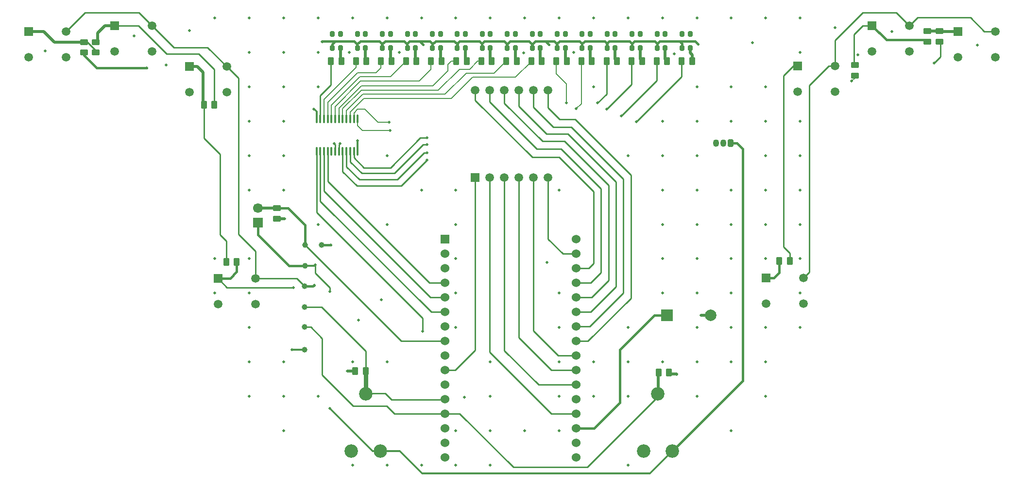
<source format=gbr>
%TF.GenerationSoftware,KiCad,Pcbnew,9.0.1*%
%TF.CreationDate,2026-02-02T11:40:33-05:00*%
%TF.ProjectId,Volante Maquinillo,566f6c61-6e74-4652-904d-617175696e69,rev?*%
%TF.SameCoordinates,Original*%
%TF.FileFunction,Copper,L1,Top*%
%TF.FilePolarity,Positive*%
%FSLAX46Y46*%
G04 Gerber Fmt 4.6, Leading zero omitted, Abs format (unit mm)*
G04 Created by KiCad (PCBNEW 9.0.1) date 2026-02-02 11:40:33*
%MOMM*%
%LPD*%
G01*
G04 APERTURE LIST*
G04 Aperture macros list*
%AMRoundRect*
0 Rectangle with rounded corners*
0 $1 Rounding radius*
0 $2 $3 $4 $5 $6 $7 $8 $9 X,Y pos of 4 corners*
0 Add a 4 corners polygon primitive as box body*
4,1,4,$2,$3,$4,$5,$6,$7,$8,$9,$2,$3,0*
0 Add four circle primitives for the rounded corners*
1,1,$1+$1,$2,$3*
1,1,$1+$1,$4,$5*
1,1,$1+$1,$6,$7*
1,1,$1+$1,$8,$9*
0 Add four rect primitives between the rounded corners*
20,1,$1+$1,$2,$3,$4,$5,0*
20,1,$1+$1,$4,$5,$6,$7,0*
20,1,$1+$1,$6,$7,$8,$9,0*
20,1,$1+$1,$8,$9,$2,$3,0*%
G04 Aperture macros list end*
%TA.AperFunction,SMDPad,CuDef*%
%ADD10C,1.000000*%
%TD*%
%TA.AperFunction,SMDPad,CuDef*%
%ADD11RoundRect,0.250000X0.450000X-0.262500X0.450000X0.262500X-0.450000X0.262500X-0.450000X-0.262500X0*%
%TD*%
%TA.AperFunction,SMDPad,CuDef*%
%ADD12RoundRect,0.250000X-0.450000X0.262500X-0.450000X-0.262500X0.450000X-0.262500X0.450000X0.262500X0*%
%TD*%
%TA.AperFunction,SMDPad,CuDef*%
%ADD13RoundRect,0.250000X-0.262500X-0.450000X0.262500X-0.450000X0.262500X0.450000X-0.262500X0.450000X0*%
%TD*%
%TA.AperFunction,SMDPad,CuDef*%
%ADD14RoundRect,0.200000X0.200000X-0.300000X0.200000X0.300000X-0.200000X0.300000X-0.200000X-0.300000X0*%
%TD*%
%TA.AperFunction,ComponentPad*%
%ADD15R,1.508000X1.508000*%
%TD*%
%TA.AperFunction,ComponentPad*%
%ADD16C,1.508000*%
%TD*%
%TA.AperFunction,SMDPad,CuDef*%
%ADD17RoundRect,0.100000X-0.100000X0.637500X-0.100000X-0.637500X0.100000X-0.637500X0.100000X0.637500X0*%
%TD*%
%TA.AperFunction,SMDPad,CuDef*%
%ADD18RoundRect,0.250000X0.262500X0.450000X-0.262500X0.450000X-0.262500X-0.450000X0.262500X-0.450000X0*%
%TD*%
%TA.AperFunction,ComponentPad*%
%ADD19R,1.700000X1.700000*%
%TD*%
%TA.AperFunction,ComponentPad*%
%ADD20C,1.700000*%
%TD*%
%TA.AperFunction,ComponentPad*%
%ADD21C,2.340000*%
%TD*%
%TA.AperFunction,ComponentPad*%
%ADD22R,1.524000X1.524000*%
%TD*%
%TA.AperFunction,ComponentPad*%
%ADD23C,1.524000*%
%TD*%
%TA.AperFunction,ComponentPad*%
%ADD24R,2.000000X2.000000*%
%TD*%
%TA.AperFunction,ComponentPad*%
%ADD25C,2.000000*%
%TD*%
%TA.AperFunction,ComponentPad*%
%ADD26R,1.500000X1.500000*%
%TD*%
%TA.AperFunction,ComponentPad*%
%ADD27C,1.500000*%
%TD*%
%TA.AperFunction,ComponentPad*%
%ADD28RoundRect,0.249900X0.275100X0.400100X-0.275100X0.400100X-0.275100X-0.400100X0.275100X-0.400100X0*%
%TD*%
%TA.AperFunction,ComponentPad*%
%ADD29O,1.050000X1.300000*%
%TD*%
%TA.AperFunction,ViaPad*%
%ADD30C,0.500000*%
%TD*%
%TA.AperFunction,Conductor*%
%ADD31C,0.400000*%
%TD*%
%TA.AperFunction,Conductor*%
%ADD32C,0.250000*%
%TD*%
%TA.AperFunction,Conductor*%
%ADD33C,0.500000*%
%TD*%
%TA.AperFunction,Conductor*%
%ADD34C,0.300000*%
%TD*%
%TA.AperFunction,Conductor*%
%ADD35C,0.200000*%
%TD*%
%TA.AperFunction,Conductor*%
%ADD36C,0.750000*%
%TD*%
G04 APERTURE END LIST*
D10*
%TO.P,TP1,1,1*%
%TO.N,+5V*%
X116800000Y-114300000D03*
%TD*%
D11*
%TO.P,R21,1*%
%TO.N,Net-(SW6-A)*%
X225390000Y-60502500D03*
%TO.P,R21,2*%
%TO.N,Net-(SW5-A)*%
X225390000Y-58677500D03*
%TD*%
D12*
%TO.P,R20,1*%
%TO.N,Net-(SW5-A)*%
X227460000Y-58677500D03*
%TO.P,R20,2*%
%TO.N,Net-(SW4-A)*%
X227460000Y-60502500D03*
%TD*%
D10*
%TO.P,TP5,1,1*%
%TO.N,/SW*%
X116800000Y-103200000D03*
%TD*%
D13*
%TO.P,R9,1*%
%TO.N,/LED9*%
X156351558Y-63900000D03*
%TO.P,R9,2*%
%TO.N,Net-(D9-A)*%
X158176558Y-63900000D03*
%TD*%
D12*
%TO.P,R16,1*%
%TO.N,Net-(SW1-A)*%
X78400000Y-60587500D03*
%TO.P,R16,2*%
%TO.N,+3V3*%
X78400000Y-62412500D03*
%TD*%
D14*
%TO.P,D4,1,K*%
%TO.N,GND*%
X134748306Y-61650000D03*
%TO.P,D4,2,A*%
%TO.N,Net-(D4-A)*%
X136148306Y-61650000D03*
%TO.P,D4,3*%
%TO.N,N/C*%
X136148306Y-59150000D03*
%TO.P,D4,4*%
X134748306Y-59150000D03*
%TD*%
D15*
%TO.P,SW1,1,A*%
%TO.N,Net-(SW1-A)*%
X68750000Y-58750000D03*
D16*
%TO.P,SW1,2,B*%
%TO.N,/SW*%
X75250000Y-58750000D03*
%TO.P,SW1,3*%
%TO.N,N/C*%
X68750000Y-63250000D03*
%TO.P,SW1,4*%
X75250000Y-63250000D03*
%TD*%
D14*
%TO.P,D5,1,K*%
%TO.N,GND*%
X139100000Y-61650000D03*
%TO.P,D5,2,A*%
%TO.N,Net-(D5-A)*%
X140500000Y-61650000D03*
%TO.P,D5,3*%
%TO.N,N/C*%
X140500000Y-59150000D03*
%TO.P,D5,4*%
X139100000Y-59150000D03*
%TD*%
%TO.P,D15,1,K*%
%TO.N,GND*%
X182616946Y-61650000D03*
%TO.P,D15,2,A*%
%TO.N,Net-(D15-A)*%
X184016946Y-61650000D03*
%TO.P,D15,3*%
%TO.N,N/C*%
X184016946Y-59150000D03*
%TO.P,D15,4*%
X182616946Y-59150000D03*
%TD*%
D15*
%TO.P,SW3,1,A*%
%TO.N,Net-(SW3-A)*%
X96750000Y-64812500D03*
D16*
%TO.P,SW3,2,B*%
%TO.N,/SW*%
X103250000Y-64812500D03*
%TO.P,SW3,3*%
%TO.N,N/C*%
X96750000Y-69312500D03*
%TO.P,SW3,4*%
X103250000Y-69312500D03*
%TD*%
D12*
%TO.P,R17,1*%
%TO.N,Net-(SW2-A)*%
X80410000Y-60577500D03*
%TO.P,R17,2*%
%TO.N,Net-(SW1-A)*%
X80410000Y-62402500D03*
%TD*%
D13*
%TO.P,R13,1*%
%TO.N,/LED13*%
X173820607Y-63900000D03*
%TO.P,R13,2*%
%TO.N,Net-(D13-A)*%
X175645607Y-63900000D03*
%TD*%
D17*
%TO.P,U1,1,S0*%
%TO.N,/LED11*%
X126075000Y-73937500D03*
%TO.P,U1,2,S1*%
%TO.N,/LED10*%
X125425000Y-73937500D03*
%TO.P,U1,3,S2*%
%TO.N,/LED9*%
X124775000Y-73937500D03*
%TO.P,U1,4,S3*%
%TO.N,/LED8*%
X124125000Y-73937500D03*
%TO.P,U1,5,S4*%
%TO.N,/LED7*%
X123475000Y-73937500D03*
%TO.P,U1,6,S5*%
%TO.N,/LED6*%
X122825000Y-73937500D03*
%TO.P,U1,7,S6*%
%TO.N,/LED5*%
X122175000Y-73937500D03*
%TO.P,U1,8,S7*%
%TO.N,/LED4*%
X121525000Y-73937500D03*
%TO.P,U1,9,S8*%
%TO.N,/LED3*%
X120875000Y-73937500D03*
%TO.P,U1,10,S9*%
%TO.N,/LED2*%
X120225000Y-73937500D03*
%TO.P,U1,11,S10*%
%TO.N,/LED1*%
X119575000Y-73937500D03*
%TO.P,U1,12,GND*%
%TO.N,GND*%
X118925000Y-73937500D03*
%TO.P,U1,13,S11*%
%TO.N,/LED_A3*%
X118925000Y-79662500D03*
%TO.P,U1,14,S12*%
%TO.N,/LED_A2*%
X119575000Y-79662500D03*
%TO.P,U1,15,S13*%
%TO.N,/LED_A1*%
X120225000Y-79662500D03*
%TO.P,U1,16,S14*%
%TO.N,/LED_A0*%
X120875000Y-79662500D03*
%TO.P,U1,17,S15*%
%TO.N,unconnected-(U1-S15-Pad17)*%
X121525000Y-79662500D03*
%TO.P,U1,18,E0*%
%TO.N,GND*%
X122175000Y-79662500D03*
%TO.P,U1,19,E1*%
X122825000Y-79662500D03*
%TO.P,U1,20,A3*%
%TO.N,/LED15*%
X123475000Y-79662500D03*
%TO.P,U1,21,A2*%
%TO.N,/LED14*%
X124125000Y-79662500D03*
%TO.P,U1,22,A1*%
%TO.N,/LED13*%
X124775000Y-79662500D03*
%TO.P,U1,23,A0*%
%TO.N,/LED12*%
X125425000Y-79662500D03*
%TO.P,U1,24,VCC*%
%TO.N,+5V*%
X126075000Y-79662500D03*
%TD*%
D14*
%TO.P,D8,1,K*%
%TO.N,GND*%
X152155084Y-61650000D03*
%TO.P,D8,2,A*%
%TO.N,Net-(D8-A)*%
X153555084Y-61650000D03*
%TO.P,D8,3*%
%TO.N,N/C*%
X153555084Y-59150000D03*
%TO.P,D8,4*%
X152155084Y-59150000D03*
%TD*%
D13*
%TO.P,R4,1*%
%TO.N,/LED4*%
X134515247Y-63900000D03*
%TO.P,R4,2*%
%TO.N,Net-(D4-A)*%
X136340247Y-63900000D03*
%TD*%
D18*
%TO.P,R25,1*%
%TO.N,GND*%
X180362500Y-118270000D03*
%TO.P,R25,2*%
%TO.N,/POT2*%
X178537500Y-118270000D03*
%TD*%
D13*
%TO.P,R8,1*%
%TO.N,/LED8*%
X151984296Y-63900000D03*
%TO.P,R8,2*%
%TO.N,Net-(D8-A)*%
X153809296Y-63900000D03*
%TD*%
D15*
%TO.P,SW8,1,A*%
%TO.N,GND*%
X197250000Y-101750000D03*
D16*
%TO.P,SW8,2,B*%
%TO.N,/SW*%
X203750000Y-101750000D03*
%TO.P,SW8,3*%
%TO.N,N/C*%
X197250000Y-106250000D03*
%TO.P,SW8,4*%
X203750000Y-106250000D03*
%TD*%
D10*
%TO.P,TP6,1,1*%
%TO.N,/POT1*%
X116800000Y-106800000D03*
%TD*%
D13*
%TO.P,R12,1*%
%TO.N,/LED12*%
X169453345Y-63900000D03*
%TO.P,R12,2*%
%TO.N,Net-(D12-A)*%
X171278345Y-63900000D03*
%TD*%
D15*
%TO.P,SW7,1,A*%
%TO.N,Net-(SW7-A)*%
X202750000Y-64712500D03*
D16*
%TO.P,SW7,2,B*%
%TO.N,/SW*%
X209250000Y-64712500D03*
%TO.P,SW7,3*%
%TO.N,N/C*%
X202750000Y-69212500D03*
%TO.P,SW7,4*%
X209250000Y-69212500D03*
%TD*%
D14*
%TO.P,D1,1,K*%
%TO.N,GND*%
X121693222Y-61650000D03*
%TO.P,D1,2,A*%
%TO.N,Net-(D1-A)*%
X123093222Y-61650000D03*
%TO.P,D1,3*%
%TO.N,N/C*%
X123093222Y-59150000D03*
%TO.P,D1,4*%
X121693222Y-59150000D03*
%TD*%
D13*
%TO.P,R26,1*%
%TO.N,GND*%
X125670000Y-118020000D03*
%TO.P,R26,2*%
%TO.N,/POT1*%
X127495000Y-118020000D03*
%TD*%
D10*
%TO.P,TP2,1,1*%
%TO.N,+3V3*%
X116900000Y-99600000D03*
%TD*%
D13*
%TO.P,R5,1*%
%TO.N,/LED5*%
X138882509Y-63900000D03*
%TO.P,R5,2*%
%TO.N,Net-(D5-A)*%
X140707509Y-63900000D03*
%TD*%
%TO.P,R15,1*%
%TO.N,/LED15*%
X182555132Y-63900000D03*
%TO.P,R15,2*%
%TO.N,Net-(D15-A)*%
X184380132Y-63900000D03*
%TD*%
%TO.P,R2,1*%
%TO.N,/LED2*%
X125780722Y-63900000D03*
%TO.P,R2,2*%
%TO.N,Net-(D2-A)*%
X127605722Y-63900000D03*
%TD*%
D10*
%TO.P,TP4,1,1*%
%TO.N,/HALL*%
X119800000Y-96000000D03*
%TD*%
D14*
%TO.P,D3,1,K*%
%TO.N,GND*%
X130396611Y-61650000D03*
%TO.P,D3,2,A*%
%TO.N,Net-(D3-A)*%
X131796611Y-61650000D03*
%TO.P,D3,3*%
%TO.N,N/C*%
X131796611Y-59150000D03*
%TO.P,D3,4*%
X130396611Y-59150000D03*
%TD*%
D13*
%TO.P,R11,1*%
%TO.N,/LED11*%
X165086083Y-63900000D03*
%TO.P,R11,2*%
%TO.N,Net-(D11-A)*%
X166911083Y-63900000D03*
%TD*%
D19*
%TO.P,TH1,1*%
%TO.N,+3V3*%
X108700000Y-92100000D03*
D20*
%TO.P,TH1,2*%
%TO.N,/TEMP*%
X108700000Y-89560000D03*
%TD*%
D13*
%TO.P,R18,1*%
%TO.N,Net-(SW3-A)*%
X99287500Y-71500000D03*
%TO.P,R18,2*%
%TO.N,Net-(SW2-A)*%
X101112500Y-71500000D03*
%TD*%
D21*
%TO.P,P2,1*%
%TO.N,+3V3*%
X180900000Y-132000000D03*
%TO.P,P2,2*%
%TO.N,/POT2*%
X178400000Y-122000000D03*
%TO.P,P2,3*%
%TO.N,N/C*%
X175900000Y-132000000D03*
%TD*%
D13*
%TO.P,R14,1*%
%TO.N,/LED14*%
X178187870Y-63900000D03*
%TO.P,R14,2*%
%TO.N,Net-(D14-A)*%
X180012870Y-63900000D03*
%TD*%
D14*
%TO.P,D9,1,K*%
%TO.N,GND*%
X156506779Y-61650000D03*
%TO.P,D9,2,A*%
%TO.N,Net-(D9-A)*%
X157906779Y-61650000D03*
%TO.P,D9,3*%
%TO.N,N/C*%
X157906779Y-59150000D03*
%TO.P,D9,4*%
X156506779Y-59150000D03*
%TD*%
%TO.P,D14,1,K*%
%TO.N,GND*%
X178265251Y-61650000D03*
%TO.P,D14,2,A*%
%TO.N,Net-(D14-A)*%
X179665251Y-61650000D03*
%TO.P,D14,3*%
%TO.N,N/C*%
X179665251Y-59150000D03*
%TO.P,D14,4*%
X178265251Y-59150000D03*
%TD*%
D13*
%TO.P,R7,1*%
%TO.N,/LED7*%
X147617034Y-63900000D03*
%TO.P,R7,2*%
%TO.N,Net-(D7-A)*%
X149442034Y-63900000D03*
%TD*%
D11*
%TO.P,R24,1*%
%TO.N,GND*%
X112000000Y-91412500D03*
%TO.P,R24,2*%
%TO.N,/TEMP*%
X112000000Y-89587500D03*
%TD*%
%TO.P,R22,1*%
%TO.N,Net-(SW7-A)*%
X212770000Y-66442500D03*
%TO.P,R22,2*%
%TO.N,Net-(SW6-A)*%
X212770000Y-64617500D03*
%TD*%
D14*
%TO.P,D10,1,K*%
%TO.N,GND*%
X160858473Y-61650000D03*
%TO.P,D10,2,A*%
%TO.N,Net-(D10-A)*%
X162258473Y-61650000D03*
%TO.P,D10,3*%
%TO.N,N/C*%
X162258473Y-59150000D03*
%TO.P,D10,4*%
X160858473Y-59150000D03*
%TD*%
D15*
%TO.P,SW6,1,A*%
%TO.N,Net-(SW6-A)*%
X215750000Y-57712500D03*
D16*
%TO.P,SW6,2,B*%
%TO.N,/SW*%
X222250000Y-57712500D03*
%TO.P,SW6,3*%
%TO.N,N/C*%
X215750000Y-62212500D03*
%TO.P,SW6,4*%
X222250000Y-62212500D03*
%TD*%
D13*
%TO.P,R1,1*%
%TO.N,/LED1*%
X121413460Y-63900000D03*
%TO.P,R1,2*%
%TO.N,Net-(D1-A)*%
X123238460Y-63900000D03*
%TD*%
D21*
%TO.P,P1,1*%
%TO.N,+3V3*%
X130000000Y-132000000D03*
%TO.P,P1,2*%
%TO.N,/POT1*%
X127500000Y-122000000D03*
%TO.P,P1,3*%
%TO.N,N/C*%
X125000000Y-132000000D03*
%TD*%
D10*
%TO.P,TP7,1,1*%
%TO.N,/POT2*%
X116800000Y-110300000D03*
%TD*%
D14*
%TO.P,D2,1,K*%
%TO.N,GND*%
X126044917Y-61650000D03*
%TO.P,D2,2,A*%
%TO.N,Net-(D2-A)*%
X127444917Y-61650000D03*
%TO.P,D2,3*%
%TO.N,N/C*%
X127444917Y-59150000D03*
%TO.P,D2,4*%
X126044917Y-59150000D03*
%TD*%
D22*
%TO.P,U2,J1_1,ESP_3V3*%
%TO.N,+3V3*%
X141307500Y-95000000D03*
D23*
%TO.P,U2,J1_2,CHIP_PU*%
%TO.N,unconnected-(U2-CHIP_PU-PadJ1_2)*%
X141307500Y-97540000D03*
%TO.P,U2,J1_3,GPIO4*%
%TO.N,/SW*%
X141307500Y-100080000D03*
%TO.P,U2,J1_4,GPIO5*%
%TO.N,/LED_A0*%
X141307500Y-102620000D03*
%TO.P,U2,J1_5,GPIO6*%
%TO.N,/LED_A1*%
X141307500Y-105160000D03*
%TO.P,U2,J1_6,GPIO7*%
%TO.N,/LED_A2*%
X141307500Y-107700000D03*
%TO.P,U2,J1_7,GPIO0*%
%TO.N,unconnected-(U2-GPIO0-PadJ1_7)*%
X141307500Y-110240000D03*
%TO.P,U2,J1_8,GPIO1*%
%TO.N,/TEMP*%
X141307500Y-112780000D03*
%TO.P,U2,J1_9,GPIO8*%
%TO.N,unconnected-(U2-GPIO8-PadJ1_9)*%
X141307500Y-115320000D03*
%TO.P,U2,J1_10,GPIO10*%
%TO.N,/e*%
X141307500Y-117860000D03*
%TO.P,U2,J1_11,GPIO11*%
%TO.N,/LED_A3*%
X141307500Y-120400000D03*
%TO.P,U2,J1_12,GPIO2*%
%TO.N,/POT1*%
X141307500Y-122940000D03*
%TO.P,U2,J1_13,GPIO3*%
%TO.N,/POT2*%
X141307500Y-125480000D03*
%TO.P,U2,J1_14,VCC_5V*%
%TO.N,+5V*%
X141307500Y-128020000D03*
%TO.P,U2,J1_15,GND_J1_15*%
%TO.N,GND*%
X141307500Y-130560000D03*
%TO.P,U2,J1_16,NC_J1_16*%
%TO.N,unconnected-(U2-NC_J1_16-PadJ1_16)*%
X141307500Y-133100000D03*
%TO.P,U2,J3_1,GND_J3_1*%
%TO.N,GND*%
X164167500Y-95000000D03*
%TO.P,U2,J3_2,UART_TXD*%
%TO.N,/CC4*%
X164167500Y-97540000D03*
%TO.P,U2,J3_3,UART_RXD*%
%TO.N,/CC1*%
X164167500Y-100080000D03*
%TO.P,U2,J3_4,GPIO15*%
%TO.N,/a*%
X164167500Y-102620000D03*
%TO.P,U2,J3_5,GPIO23*%
%TO.N,/f*%
X164167500Y-105160000D03*
%TO.P,U2,J3_6,GPIO22*%
%TO.N,/CC2*%
X164167500Y-107700000D03*
%TO.P,U2,J3_7,GPIO21*%
%TO.N,/CC3*%
X164167500Y-110240000D03*
%TO.P,U2,J3_8,GPIO20*%
%TO.N,/b*%
X164167500Y-112780000D03*
%TO.P,U2,J3_9,GPIO19*%
%TO.N,/g*%
X164167500Y-115320000D03*
%TO.P,U2,J3_10,GPIO18*%
%TO.N,/c*%
X164167500Y-117860000D03*
%TO.P,U2,J3_11,GPIO9*%
%TO.N,/dot*%
X164167500Y-120400000D03*
%TO.P,U2,J3_12,GND_J3_12*%
%TO.N,GND*%
X164167500Y-122940000D03*
%TO.P,U2,J3_13,GPIO13*%
%TO.N,/d*%
X164167500Y-125480000D03*
%TO.P,U2,J3_14,GPIO12*%
%TO.N,/BUZZER*%
X164167500Y-128020000D03*
%TO.P,U2,J3_15,GND_J3_15*%
%TO.N,GND*%
X164167500Y-130560000D03*
%TO.P,U2,J3_16,NC_J3_16*%
%TO.N,unconnected-(U2-NC_J3_16-PadJ3_16)*%
X164167500Y-133100000D03*
%TD*%
D13*
%TO.P,R6,1*%
%TO.N,/LED6*%
X143249771Y-63900000D03*
%TO.P,R6,2*%
%TO.N,Net-(D6-A)*%
X145074771Y-63900000D03*
%TD*%
D15*
%TO.P,SW2,1,A*%
%TO.N,Net-(SW2-A)*%
X83750000Y-57712500D03*
D16*
%TO.P,SW2,2,B*%
%TO.N,/SW*%
X90250000Y-57712500D03*
%TO.P,SW2,3*%
%TO.N,N/C*%
X83750000Y-62212500D03*
%TO.P,SW2,4*%
X90250000Y-62212500D03*
%TD*%
D24*
%TO.P,BZ1,1,+*%
%TO.N,/BUZZER*%
X180000000Y-108300000D03*
D25*
%TO.P,BZ1,2,-*%
%TO.N,GND*%
X187600000Y-108300000D03*
%TD*%
D14*
%TO.P,D7,1,K*%
%TO.N,GND*%
X147803389Y-61650000D03*
%TO.P,D7,2,A*%
%TO.N,Net-(D7-A)*%
X149203389Y-61650000D03*
%TO.P,D7,3*%
%TO.N,N/C*%
X149203389Y-59150000D03*
%TO.P,D7,4*%
X147803389Y-59150000D03*
%TD*%
D15*
%TO.P,SW5,1,A*%
%TO.N,Net-(SW5-A)*%
X230750000Y-58712500D03*
D16*
%TO.P,SW5,2,B*%
%TO.N,/SW*%
X237250000Y-58712500D03*
%TO.P,SW5,3*%
%TO.N,N/C*%
X230750000Y-63212500D03*
%TO.P,SW5,4*%
X237250000Y-63212500D03*
%TD*%
D26*
%TO.P,U3,1,e*%
%TO.N,/e*%
X146550000Y-84240000D03*
D27*
%TO.P,U3,2,d*%
%TO.N,/d*%
X149090000Y-84240000D03*
%TO.P,U3,3,DPX*%
%TO.N,/dot*%
X151630000Y-84240000D03*
%TO.P,U3,4,c*%
%TO.N,/c*%
X154170000Y-84240000D03*
%TO.P,U3,5,g*%
%TO.N,/g*%
X156710000Y-84240000D03*
%TO.P,U3,6,CC4*%
%TO.N,/CC4*%
X159250000Y-84240000D03*
%TO.P,U3,7,b*%
%TO.N,/b*%
X159250000Y-69000000D03*
%TO.P,U3,8,CC3*%
%TO.N,/CC3*%
X156710000Y-69000000D03*
%TO.P,U3,9,CC2*%
%TO.N,/CC2*%
X154170000Y-69000000D03*
%TO.P,U3,10,f*%
%TO.N,/f*%
X151630000Y-69000000D03*
%TO.P,U3,11,a*%
%TO.N,/a*%
X149090000Y-69000000D03*
%TO.P,U3,12,CC1*%
%TO.N,/CC1*%
X146550000Y-69000000D03*
%TD*%
D14*
%TO.P,D13,1,K*%
%TO.N,GND*%
X173913557Y-61650000D03*
%TO.P,D13,2,A*%
%TO.N,Net-(D13-A)*%
X175313557Y-61650000D03*
%TO.P,D13,3*%
%TO.N,N/C*%
X175313557Y-59150000D03*
%TO.P,D13,4*%
X173913557Y-59150000D03*
%TD*%
%TO.P,D12,1,K*%
%TO.N,GND*%
X169561862Y-61650000D03*
%TO.P,D12,2,A*%
%TO.N,Net-(D12-A)*%
X170961862Y-61650000D03*
%TO.P,D12,3*%
%TO.N,N/C*%
X170961862Y-59150000D03*
%TO.P,D12,4*%
X169561862Y-59150000D03*
%TD*%
D13*
%TO.P,R10,1*%
%TO.N,/LED10*%
X160718821Y-63900000D03*
%TO.P,R10,2*%
%TO.N,Net-(D10-A)*%
X162543821Y-63900000D03*
%TD*%
%TO.P,R23,1*%
%TO.N,GND*%
X199587500Y-98800000D03*
%TO.P,R23,2*%
%TO.N,Net-(SW7-A)*%
X201412500Y-98800000D03*
%TD*%
D18*
%TO.P,R19,1*%
%TO.N,Net-(SW4-A)*%
X104982500Y-98950000D03*
%TO.P,R19,2*%
%TO.N,Net-(SW3-A)*%
X103157500Y-98950000D03*
%TD*%
D13*
%TO.P,R3,1*%
%TO.N,/LED3*%
X130147985Y-63900000D03*
%TO.P,R3,2*%
%TO.N,Net-(D3-A)*%
X131972985Y-63900000D03*
%TD*%
D14*
%TO.P,D11,1,K*%
%TO.N,GND*%
X165210168Y-61650000D03*
%TO.P,D11,2,A*%
%TO.N,Net-(D11-A)*%
X166610168Y-61650000D03*
%TO.P,D11,3*%
%TO.N,N/C*%
X166610168Y-59150000D03*
%TO.P,D11,4*%
X165210168Y-59150000D03*
%TD*%
D15*
%TO.P,SW4,1,A*%
%TO.N,Net-(SW4-A)*%
X101750000Y-101850000D03*
D16*
%TO.P,SW4,2,B*%
%TO.N,/SW*%
X108250000Y-101850000D03*
%TO.P,SW4,3*%
%TO.N,N/C*%
X101750000Y-106350000D03*
%TO.P,SW4,4*%
X108250000Y-106350000D03*
%TD*%
D10*
%TO.P,TP3,1,1*%
%TO.N,/TEMP*%
X116900000Y-96000000D03*
%TD*%
D14*
%TO.P,D6,1,K*%
%TO.N,GND*%
X143451695Y-61650000D03*
%TO.P,D6,2,A*%
%TO.N,Net-(D6-A)*%
X144851695Y-61650000D03*
%TO.P,D6,3*%
%TO.N,N/C*%
X144851695Y-59150000D03*
%TO.P,D6,4*%
X143451695Y-59150000D03*
%TD*%
D28*
%TO.P,Q1,1,E*%
%TO.N,+3V3*%
X191100000Y-78200000D03*
D29*
%TO.P,Q1,2,B*%
%TO.N,GND*%
X189830000Y-78200000D03*
%TO.P,Q1,3,C*%
%TO.N,/HALL*%
X188560000Y-78200000D03*
%TD*%
D30*
%TO.N,GND*%
X191200000Y-92400000D03*
X119200000Y-122400000D03*
X125200000Y-56400000D03*
X185200000Y-86400000D03*
X185200000Y-74400000D03*
X107200000Y-56400000D03*
X113200000Y-68400000D03*
X203200000Y-62400000D03*
X125200000Y-134400000D03*
X197200000Y-86400000D03*
X191200000Y-74400000D03*
X107200000Y-104400000D03*
X113400000Y-91412500D03*
X197200000Y-122400000D03*
X131200000Y-56400000D03*
X149200000Y-56400000D03*
X167200000Y-68400000D03*
X107200000Y-80400000D03*
X163700000Y-62400000D03*
X96800000Y-58600000D03*
X185200000Y-68400000D03*
X119200000Y-92400000D03*
X191200000Y-98400000D03*
X130200000Y-105600000D03*
X203200000Y-80400000D03*
X197200000Y-56400000D03*
X191200000Y-86400000D03*
X234100000Y-61100000D03*
X92700000Y-64600000D03*
X203200000Y-86400000D03*
X133300000Y-62400000D03*
X101200000Y-98400000D03*
X113200000Y-86400000D03*
X143200000Y-86400000D03*
X179200000Y-104400000D03*
X203200000Y-104400000D03*
X173200000Y-56400000D03*
X181690000Y-118580000D03*
X101200000Y-104400000D03*
X161200000Y-104400000D03*
X122000000Y-78300000D03*
X143200000Y-56400000D03*
X191200000Y-110400000D03*
X197200000Y-80400000D03*
X179200000Y-98400000D03*
X203200000Y-56400000D03*
X213300000Y-62800000D03*
X161200000Y-110400000D03*
X185200000Y-98400000D03*
X209300000Y-58100000D03*
X107200000Y-86400000D03*
X149200000Y-122400000D03*
X125200000Y-116400000D03*
X113200000Y-116400000D03*
X143200000Y-110400000D03*
X219200000Y-58700000D03*
X179200000Y-56400000D03*
X137200000Y-56400000D03*
X107200000Y-68400000D03*
X143200000Y-134400000D03*
X161200000Y-122400000D03*
X194920000Y-60670000D03*
X107200000Y-74400000D03*
X107200000Y-116400000D03*
X173200000Y-116400000D03*
X87100000Y-59500000D03*
X197200000Y-98400000D03*
X119900000Y-60500000D03*
X131200000Y-116400000D03*
X173200000Y-134400000D03*
X143200000Y-98400000D03*
X167200000Y-122400000D03*
X203200000Y-74400000D03*
X197200000Y-68400000D03*
X185200000Y-104400000D03*
X185400000Y-60900000D03*
X191200000Y-128400000D03*
X118400000Y-72300000D03*
X159100000Y-99000000D03*
X107200000Y-110400000D03*
X191200000Y-56400000D03*
X113200000Y-56400000D03*
X179200000Y-74400000D03*
X161200000Y-128400000D03*
X161200000Y-116400000D03*
X197200000Y-74400000D03*
X203200000Y-110400000D03*
X113200000Y-62400000D03*
X143200000Y-128400000D03*
X107200000Y-122400000D03*
X107200000Y-98400000D03*
X137200000Y-134400000D03*
X167200000Y-116400000D03*
X185900000Y-108300000D03*
X161200000Y-86400000D03*
X119200000Y-56400000D03*
X124600000Y-62400000D03*
X71600000Y-62100000D03*
X167200000Y-56400000D03*
X131200000Y-92400000D03*
X179200000Y-80400000D03*
X155000000Y-62500000D03*
X191200000Y-104400000D03*
X149200000Y-116400000D03*
X101200000Y-56400000D03*
X113200000Y-80400000D03*
X173200000Y-122400000D03*
X149200000Y-134400000D03*
X179200000Y-92400000D03*
X185200000Y-56400000D03*
X113200000Y-74400000D03*
X181300000Y-62600000D03*
X159400000Y-61000000D03*
X161200000Y-56400000D03*
X107200000Y-62400000D03*
X131200000Y-134400000D03*
X185200000Y-116400000D03*
X144700000Y-122600000D03*
X185200000Y-92400000D03*
X113200000Y-122400000D03*
X155200000Y-56400000D03*
X185200000Y-110400000D03*
X179200000Y-86400000D03*
X123000000Y-78300000D03*
X137500000Y-61000000D03*
X203200000Y-92400000D03*
X191200000Y-68400000D03*
X143200000Y-92400000D03*
X155200000Y-128400000D03*
X197200000Y-92400000D03*
X197200000Y-110400000D03*
X149200000Y-128400000D03*
X179200000Y-116400000D03*
X191200000Y-116400000D03*
X197200000Y-116400000D03*
X173200000Y-110400000D03*
X119200000Y-68400000D03*
X131200000Y-80400000D03*
X119200000Y-62400000D03*
X173200000Y-80400000D03*
X113200000Y-128400000D03*
X185200000Y-80400000D03*
X185200000Y-122400000D03*
X203200000Y-98400000D03*
X126200000Y-109100000D03*
X137200000Y-86400000D03*
X143200000Y-104400000D03*
X124282500Y-118020000D03*
%TO.N,+3V3*%
X89300000Y-65100000D03*
X121200000Y-104100000D03*
X121200000Y-124500000D03*
X118700000Y-99500000D03*
%TO.N,/HALL*%
X121400000Y-96000000D03*
%TO.N,/LED10*%
X162500000Y-71200000D03*
X131600000Y-74600000D03*
%TO.N,/LED11*%
X131700000Y-76000000D03*
X164200000Y-72200000D03*
%TO.N,/LED12*%
X138200000Y-77300000D03*
X167900000Y-71200000D03*
%TO.N,/LED13*%
X169500000Y-72300000D03*
X138200000Y-78500000D03*
%TO.N,/LED14*%
X172000000Y-73500000D03*
X138200000Y-79900000D03*
%TO.N,/LED15*%
X174700000Y-74500000D03*
X138200000Y-81200000D03*
%TO.N,/LED_A3*%
X137400000Y-111100000D03*
%TO.N,+5V*%
X126100000Y-77800000D03*
X114600000Y-114300000D03*
%TO.N,Net-(SW4-A)*%
X114900000Y-103400000D03*
X226600000Y-64200000D03*
%TO.N,Net-(SW7-A)*%
X212200000Y-67400000D03*
%TO.N,/SW*%
X118500000Y-103000000D03*
%TD*%
D31*
%TO.N,GND*%
X161250000Y-60400000D02*
X160815251Y-60834749D01*
X173866946Y-61650000D02*
X173866946Y-60816946D01*
X143466946Y-61750000D02*
X143466946Y-60916946D01*
X130366946Y-61750000D02*
X130366946Y-60916946D01*
X121615251Y-60934749D02*
X121615251Y-61750000D01*
X147766946Y-60816946D02*
X147350000Y-60400000D01*
D32*
X122825000Y-79662500D02*
X122825000Y-78475000D01*
D31*
X178266946Y-60816946D02*
X177850000Y-60400000D01*
X160866946Y-60916946D02*
X160350000Y-60400000D01*
X156466946Y-60916946D02*
X155950000Y-60400000D01*
X182616946Y-61650000D02*
X182616946Y-60816946D01*
X160350000Y-60400000D02*
X158800000Y-60400000D01*
D33*
X180775000Y-118550000D02*
X181660000Y-118550000D01*
D31*
X173915251Y-60834749D02*
X173915251Y-61650000D01*
X199587500Y-98800000D02*
X199587500Y-100812500D01*
X165166946Y-60816946D02*
X164750000Y-60400000D01*
X160815251Y-60834749D02*
X160815251Y-61650000D01*
X173866946Y-60816946D02*
X173450000Y-60400000D01*
X169515251Y-60834749D02*
X169515251Y-61650000D01*
X120000000Y-60400000D02*
X119900000Y-60500000D01*
X139066946Y-60816946D02*
X138650000Y-60400000D01*
X165650000Y-60400000D02*
X165215251Y-60834749D01*
X122150000Y-60400000D02*
X121615251Y-60934749D01*
X152066946Y-61650000D02*
X152066946Y-60816946D01*
D34*
X118400000Y-72300000D02*
X118500000Y-72300000D01*
D31*
X155950000Y-60400000D02*
X152650000Y-60400000D01*
X125966946Y-61750000D02*
X125966946Y-60916946D01*
X178265251Y-60834749D02*
X178265251Y-61650000D01*
X147715251Y-60834749D02*
X147715251Y-61650000D01*
X134666946Y-60916946D02*
X134150000Y-60400000D01*
X157050000Y-60400000D02*
X156515251Y-60934749D01*
X134715251Y-60834749D02*
X134715251Y-61650000D01*
X173450000Y-60400000D02*
X169950000Y-60400000D01*
D33*
X113400000Y-91412500D02*
X112000000Y-91412500D01*
D31*
X152115251Y-60934749D02*
X152115251Y-61750000D01*
X147350000Y-60400000D02*
X143850000Y-60400000D01*
X130850000Y-60400000D02*
X130315251Y-60934749D01*
X156466946Y-61750000D02*
X156466946Y-60916946D01*
D32*
X122175000Y-79662500D02*
X122175000Y-78475000D01*
D31*
X160866946Y-61750000D02*
X160866946Y-60916946D01*
D33*
X187600000Y-108300000D02*
X185900000Y-108300000D01*
D31*
X125450000Y-60400000D02*
X122150000Y-60400000D01*
X169566946Y-60816946D02*
X169150000Y-60400000D01*
X138650000Y-60400000D02*
X136900000Y-60400000D01*
X130315251Y-60934749D02*
X130315251Y-61750000D01*
X142950000Y-60400000D02*
X139650000Y-60400000D01*
D32*
X122175000Y-78475000D02*
X122000000Y-78300000D01*
D31*
X130366946Y-60916946D02*
X129850000Y-60400000D01*
X148150000Y-60400000D02*
X147715251Y-60834749D01*
X135150000Y-60400000D02*
X134715251Y-60834749D01*
X136900000Y-60400000D02*
X135150000Y-60400000D01*
X199587500Y-100812500D02*
X198650000Y-101750000D01*
X139115251Y-60934749D02*
X139115251Y-61750000D01*
X177850000Y-60400000D02*
X174350000Y-60400000D01*
X156515251Y-60934749D02*
X156515251Y-61750000D01*
X169566946Y-61650000D02*
X169566946Y-60816946D01*
X152650000Y-60400000D02*
X152115251Y-60934749D01*
D32*
X122825000Y-78475000D02*
X123000000Y-78300000D01*
D31*
X122150000Y-60400000D02*
X120000000Y-60400000D01*
X178700000Y-60400000D02*
X178265251Y-60834749D01*
X139650000Y-60400000D02*
X139115251Y-60934749D01*
X134150000Y-60400000D02*
X130850000Y-60400000D01*
D33*
X125670000Y-118020000D02*
X124282500Y-118020000D01*
D31*
X143466946Y-60916946D02*
X142950000Y-60400000D01*
X184900000Y-60400000D02*
X185400000Y-60900000D01*
X165215251Y-60834749D02*
X165215251Y-61650000D01*
X136900000Y-60400000D02*
X137500000Y-61000000D01*
X125966946Y-60916946D02*
X125450000Y-60400000D01*
D34*
X118925000Y-72725000D02*
X118925000Y-73937500D01*
D31*
X151650000Y-60400000D02*
X148150000Y-60400000D01*
X152066946Y-60816946D02*
X151650000Y-60400000D01*
X182616946Y-60816946D02*
X182200000Y-60400000D01*
D34*
X118500000Y-72300000D02*
X118925000Y-72725000D01*
D31*
X143850000Y-60400000D02*
X143415251Y-60834749D01*
X147766946Y-61650000D02*
X147766946Y-60816946D01*
X182200000Y-60400000D02*
X178700000Y-60400000D01*
X164750000Y-60400000D02*
X161250000Y-60400000D01*
X126550000Y-60400000D02*
X126015251Y-60934749D01*
X198650000Y-101750000D02*
X197250000Y-101750000D01*
X139066946Y-61650000D02*
X139066946Y-60816946D01*
X174350000Y-60400000D02*
X173915251Y-60834749D01*
X158800000Y-60400000D02*
X157050000Y-60400000D01*
X169950000Y-60400000D02*
X169515251Y-60834749D01*
X129850000Y-60400000D02*
X126550000Y-60400000D01*
X165166946Y-61650000D02*
X165166946Y-60816946D01*
X126015251Y-60934749D02*
X126015251Y-61750000D01*
X134666946Y-61750000D02*
X134666946Y-60916946D01*
X182200000Y-60400000D02*
X184900000Y-60400000D01*
X169150000Y-60400000D02*
X165650000Y-60400000D01*
D33*
X181660000Y-118550000D02*
X181690000Y-118580000D01*
D31*
X143415251Y-60834749D02*
X143415251Y-61650000D01*
X178266946Y-61650000D02*
X178266946Y-60816946D01*
X158800000Y-60400000D02*
X159400000Y-61000000D01*
%TO.N,+3V3*%
X180900000Y-132000000D02*
X193200000Y-119700000D01*
D34*
X137300000Y-135900000D02*
X177000000Y-135900000D01*
X128700000Y-132000000D02*
X121200000Y-124500000D01*
X130000000Y-132000000D02*
X128700000Y-132000000D01*
X116900000Y-99600000D02*
X118600000Y-99600000D01*
X133400000Y-132000000D02*
X137300000Y-135900000D01*
D31*
X193200000Y-79200000D02*
X192200000Y-78200000D01*
X108700000Y-94200000D02*
X108700000Y-92100000D01*
D34*
X130000000Y-132000000D02*
X133400000Y-132000000D01*
D31*
X78400000Y-62412500D02*
X78400000Y-62900000D01*
D32*
X118700000Y-100900000D02*
X118700000Y-99500000D01*
D31*
X78400000Y-62900000D02*
X80600000Y-65100000D01*
X116900000Y-99600000D02*
X114100000Y-99600000D01*
D34*
X118600000Y-99600000D02*
X118700000Y-99500000D01*
X177000000Y-135900000D02*
X180900000Y-132000000D01*
D32*
X121200000Y-103400000D02*
X118700000Y-100900000D01*
D31*
X193200000Y-119700000D02*
X193200000Y-79200000D01*
X80600000Y-65100000D02*
X89300000Y-65100000D01*
X192200000Y-78200000D02*
X191100000Y-78200000D01*
D32*
X121200000Y-104100000D02*
X121200000Y-103400000D01*
D31*
X114100000Y-99600000D02*
X108700000Y-94200000D01*
D33*
%TO.N,Net-(D1-A)*%
X123093222Y-63754762D02*
X123238460Y-63900000D01*
X123093222Y-61650000D02*
X123093222Y-63754762D01*
%TO.N,Net-(D2-A)*%
X127444917Y-61650000D02*
X127444917Y-63739195D01*
X127444917Y-63739195D02*
X127605722Y-63900000D01*
%TO.N,Net-(D3-A)*%
X131796611Y-61650000D02*
X131796611Y-63723626D01*
X131796611Y-63723626D02*
X131972985Y-63900000D01*
%TO.N,Net-(D4-A)*%
X136148306Y-63708059D02*
X136340247Y-63900000D01*
X136148306Y-61650000D02*
X136148306Y-63708059D01*
%TO.N,Net-(D5-A)*%
X140500000Y-61650000D02*
X140500000Y-63692491D01*
X140500000Y-63692491D02*
X140707509Y-63900000D01*
%TO.N,Net-(D6-A)*%
X144851695Y-61650000D02*
X144851695Y-63676924D01*
X144851695Y-63676924D02*
X145074771Y-63900000D01*
%TO.N,Net-(D7-A)*%
X149203389Y-61650000D02*
X149203389Y-63661355D01*
X149203389Y-63661355D02*
X149442034Y-63900000D01*
%TO.N,Net-(D8-A)*%
X153555084Y-61650000D02*
X153555084Y-63645788D01*
X153555084Y-63645788D02*
X153809296Y-63900000D01*
%TO.N,Net-(D9-A)*%
X157906779Y-61650000D02*
X157906779Y-63630221D01*
X157906779Y-63630221D02*
X158176558Y-63900000D01*
%TO.N,Net-(D10-A)*%
X162258473Y-63614652D02*
X162543821Y-63900000D01*
X162258473Y-61650000D02*
X162258473Y-63614652D01*
%TO.N,Net-(D11-A)*%
X166610168Y-61650000D02*
X166610168Y-63599085D01*
X166610168Y-63599085D02*
X166911083Y-63900000D01*
%TO.N,Net-(D12-A)*%
X170961862Y-63583517D02*
X171278345Y-63900000D01*
X170961862Y-61650000D02*
X170961862Y-63583517D01*
%TO.N,Net-(D13-A)*%
X175313557Y-63567950D02*
X175645607Y-63900000D01*
X175313557Y-61650000D02*
X175313557Y-63567950D01*
%TO.N,Net-(D14-A)*%
X179665251Y-63552381D02*
X180012870Y-63900000D01*
X179665251Y-61650000D02*
X179665251Y-63552381D01*
%TO.N,Net-(D15-A)*%
X184380132Y-62819868D02*
X184380132Y-63900000D01*
X184016946Y-62456682D02*
X184380132Y-62819868D01*
X184016946Y-61650000D02*
X184016946Y-62456682D01*
D31*
%TO.N,/HALL*%
X119800000Y-96000000D02*
X121400000Y-96000000D01*
D32*
%TO.N,/LED1*%
X121413460Y-63900000D02*
X121413460Y-68086540D01*
X121413460Y-68086540D02*
X119575000Y-69925000D01*
X119575000Y-69925000D02*
X119575000Y-73937500D01*
D35*
%TO.N,/LED2*%
X120225000Y-70575000D02*
X125780722Y-65019278D01*
X125780722Y-65019278D02*
X125780722Y-63900000D01*
X120225000Y-73937500D02*
X120225000Y-70575000D01*
%TO.N,/LED3*%
X120875000Y-71093550D02*
X120875000Y-73937500D01*
X126068550Y-65900000D02*
X120875000Y-71093550D01*
X130147985Y-65052015D02*
X129300000Y-65900000D01*
X129300000Y-65900000D02*
X126068550Y-65900000D01*
X130147985Y-63900000D02*
X130147985Y-65052015D01*
%TO.N,/LED4*%
X121525000Y-71575000D02*
X121525000Y-73937500D01*
X131815247Y-66600000D02*
X126500000Y-66600000D01*
X134515247Y-63900000D02*
X131815247Y-66600000D01*
X126500000Y-66600000D02*
X121525000Y-71575000D01*
%TO.N,/LED5*%
X122175000Y-73937500D02*
X122175000Y-71825000D01*
X126600000Y-67400000D02*
X136800000Y-67400000D01*
X136800000Y-67400000D02*
X138882509Y-65317491D01*
X138882509Y-65317491D02*
X138882509Y-63900000D01*
X122175000Y-71825000D02*
X126600000Y-67400000D01*
%TO.N,/LED6*%
X141800000Y-65600000D02*
X141800000Y-64500000D01*
X126700000Y-68200000D02*
X139200000Y-68200000D01*
X122825000Y-73937500D02*
X122825000Y-72075000D01*
X139200000Y-68200000D02*
X141800000Y-65600000D01*
X122825000Y-72075000D02*
X126700000Y-68200000D01*
X141800000Y-64500000D02*
X142400000Y-63900000D01*
X142400000Y-63900000D02*
X143249771Y-63900000D01*
%TO.N,/LED7*%
X145600000Y-65300000D02*
X147000000Y-63900000D01*
X123475000Y-72225000D02*
X126700000Y-69000000D01*
X126700000Y-69000000D02*
X140100000Y-69000000D01*
X123475000Y-73937500D02*
X123475000Y-72225000D01*
X143800000Y-65300000D02*
X145600000Y-65300000D01*
X147000000Y-63900000D02*
X147617034Y-63900000D01*
X140100000Y-69000000D02*
X143800000Y-65300000D01*
%TO.N,/LED8*%
X124125000Y-72575000D02*
X124125000Y-73937500D01*
X141300000Y-69700000D02*
X127000000Y-69700000D01*
X149884296Y-66000000D02*
X145000000Y-66000000D01*
X127000000Y-69700000D02*
X124125000Y-72575000D01*
X151984296Y-63900000D02*
X149884296Y-66000000D01*
X145000000Y-66000000D02*
X141300000Y-69700000D01*
%TO.N,/LED9*%
X142400000Y-70400000D02*
X127200000Y-70400000D01*
X124775000Y-72825000D02*
X124775000Y-73937500D01*
X146100000Y-66700000D02*
X142400000Y-70400000D01*
X153600000Y-66700000D02*
X146100000Y-66700000D01*
X127200000Y-70400000D02*
X124775000Y-72825000D01*
X156351558Y-63900000D02*
X156351558Y-63948442D01*
X156351558Y-63948442D02*
X153600000Y-66700000D01*
%TO.N,/LED10*%
X127300000Y-72300000D02*
X126100000Y-72300000D01*
X131600000Y-74600000D02*
X129600000Y-74600000D01*
X160718821Y-66118821D02*
X162500000Y-67900000D01*
X162500000Y-67900000D02*
X162500000Y-71200000D01*
X126100000Y-72300000D02*
X125425000Y-72975000D01*
X125425000Y-72975000D02*
X125425000Y-73937500D01*
X129600000Y-74600000D02*
X127300000Y-72300000D01*
X160718821Y-63900000D02*
X160718821Y-66118821D01*
%TO.N,/LED11*%
X165086083Y-71313917D02*
X164200000Y-72200000D01*
X131700000Y-76000000D02*
X126900000Y-76000000D01*
X165086083Y-63900000D02*
X165086083Y-71313917D01*
X126900000Y-76000000D02*
X126075000Y-75175000D01*
X126075000Y-75175000D02*
X126075000Y-73937500D01*
D32*
%TO.N,/LED12*%
X167900000Y-71200000D02*
X167906690Y-71200000D01*
X127200000Y-82500000D02*
X125425000Y-80725000D01*
X125425000Y-80725000D02*
X125425000Y-79662500D01*
X167906690Y-71200000D02*
X169453345Y-69653345D01*
X138200000Y-77300000D02*
X137000000Y-77300000D01*
X169453345Y-69653345D02*
X169453345Y-63900000D01*
X131800000Y-82500000D02*
X127200000Y-82500000D01*
X137000000Y-77300000D02*
X131800000Y-82500000D01*
%TO.N,/LED13*%
X169500000Y-72300000D02*
X173820607Y-67979393D01*
X124775000Y-81475000D02*
X124775000Y-79662500D01*
X138200000Y-78500000D02*
X137500000Y-78500000D01*
X173820607Y-67979393D02*
X173820607Y-63900000D01*
X137500000Y-78500000D02*
X132500000Y-83500000D01*
X126800000Y-83500000D02*
X124775000Y-81475000D01*
X132500000Y-83500000D02*
X126800000Y-83500000D01*
%TO.N,/LED14*%
X138200000Y-79900000D02*
X137700000Y-79900000D01*
X124125000Y-82325000D02*
X124125000Y-79662500D01*
X172000000Y-73500000D02*
X178187870Y-67312130D01*
X133000000Y-84600000D02*
X126400000Y-84600000D01*
X178187870Y-67312130D02*
X178187870Y-63900000D01*
X126400000Y-84600000D02*
X124125000Y-82325000D01*
X137700000Y-79900000D02*
X133000000Y-84600000D01*
%TO.N,/LED15*%
X126000000Y-85700000D02*
X123475000Y-83175000D01*
X138200000Y-81200000D02*
X133700000Y-85700000D01*
X133700000Y-85700000D02*
X126000000Y-85700000D01*
X182555132Y-66644868D02*
X182555132Y-63900000D01*
X174700000Y-74500000D02*
X182555132Y-66644868D01*
X123475000Y-83175000D02*
X123475000Y-79662500D01*
%TO.N,/LED_A3*%
X137400000Y-108800000D02*
X137400000Y-111100000D01*
X118925000Y-79662500D02*
X118925000Y-90325000D01*
X118925000Y-90325000D02*
X137400000Y-108800000D01*
%TO.N,/LED_A0*%
X120875000Y-84875000D02*
X138620000Y-102620000D01*
X138620000Y-102620000D02*
X141307500Y-102620000D01*
X120875000Y-79662500D02*
X120875000Y-84875000D01*
%TO.N,/LED_A2*%
X138900000Y-107700000D02*
X141307500Y-107700000D01*
X119575000Y-88375000D02*
X138900000Y-107700000D01*
X119575000Y-79662500D02*
X119575000Y-88375000D01*
D34*
%TO.N,+5V*%
X114600000Y-114300000D02*
X116800000Y-114300000D01*
X126100000Y-79637500D02*
X126075000Y-79662500D01*
X126100000Y-77800000D02*
X126100000Y-79637500D01*
D32*
%TO.N,/LED_A1*%
X120225000Y-79662500D02*
X120225000Y-86625000D01*
X120225000Y-86625000D02*
X138760000Y-105160000D01*
X138760000Y-105160000D02*
X141307500Y-105160000D01*
D31*
%TO.N,/BUZZER*%
X171800000Y-123500000D02*
X171800000Y-114300000D01*
X177800000Y-108300000D02*
X180000000Y-108300000D01*
X164167500Y-128020000D02*
X167280000Y-128020000D01*
X171800000Y-114300000D02*
X177800000Y-108300000D01*
X167280000Y-128020000D02*
X171800000Y-123500000D01*
D33*
%TO.N,Net-(SW1-A)*%
X68750000Y-58750000D02*
X71350000Y-58750000D01*
X71350000Y-58750000D02*
X73187500Y-60587500D01*
X77187500Y-60587500D02*
X78400000Y-60587500D01*
X73187500Y-60587500D02*
X77187500Y-60587500D01*
D34*
X78400000Y-60587500D02*
X78975000Y-60587500D01*
X78975000Y-60587500D02*
X80800000Y-62412500D01*
D32*
%TO.N,Net-(SW2-A)*%
X83750000Y-57712500D02*
X87912500Y-57712500D01*
D33*
X83750000Y-57750000D02*
X82050000Y-57750000D01*
D32*
X87912500Y-57712500D02*
X92800000Y-62600000D01*
X92800000Y-62600000D02*
X98400000Y-62600000D01*
D33*
X80800000Y-59000000D02*
X80800000Y-60587500D01*
D32*
X101112500Y-65312500D02*
X101112500Y-71500000D01*
X98400000Y-62600000D02*
X101112500Y-65312500D01*
D33*
X82050000Y-57750000D02*
X80800000Y-59000000D01*
%TO.N,Net-(SW3-A)*%
X98150000Y-64850000D02*
X96750000Y-64850000D01*
D32*
X103187500Y-95287500D02*
X102100000Y-94200000D01*
X102100000Y-94200000D02*
X102100000Y-80200000D01*
X103187500Y-99400000D02*
X103187500Y-95287500D01*
X99287500Y-77387500D02*
X99287500Y-71500000D01*
X102100000Y-80200000D02*
X99287500Y-77387500D01*
D33*
X99175000Y-71637500D02*
X99175000Y-65875000D01*
X99175000Y-65875000D02*
X98150000Y-64850000D01*
D32*
%TO.N,Net-(SW4-A)*%
X227700000Y-60512500D02*
X227700000Y-63100000D01*
D31*
X103850000Y-101850000D02*
X105012500Y-100687500D01*
D32*
X103300000Y-103400000D02*
X101750000Y-101850000D01*
D31*
X105012500Y-100687500D02*
X105012500Y-99400000D01*
D32*
X227700000Y-63100000D02*
X226600000Y-64200000D01*
X114900000Y-103400000D02*
X103300000Y-103400000D01*
D31*
X101750000Y-101850000D02*
X103850000Y-101850000D01*
D33*
%TO.N,Net-(SW5-A)*%
X227725000Y-58712500D02*
X227700000Y-58687500D01*
X230750000Y-58712500D02*
X227725000Y-58712500D01*
X225300000Y-58687500D02*
X227700000Y-58687500D01*
D32*
%TO.N,Net-(SW6-A)*%
X212240000Y-64467500D02*
X212220000Y-64487500D01*
X215750000Y-57712500D02*
X214087500Y-57712500D01*
D31*
X224987500Y-60200000D02*
X218237500Y-60200000D01*
D32*
X212590000Y-64437500D02*
X212770000Y-64617500D01*
X214087500Y-57712500D02*
X212590000Y-59210000D01*
X212590000Y-59210000D02*
X212590000Y-64437500D01*
D31*
X225300000Y-60512500D02*
X224987500Y-60200000D01*
X218237500Y-60200000D02*
X215750000Y-57712500D01*
D32*
%TO.N,Net-(SW7-A)*%
X202750000Y-64712500D02*
X201987500Y-64712500D01*
X201412500Y-97412500D02*
X201412500Y-98800000D01*
D35*
X212770000Y-66830000D02*
X212200000Y-67400000D01*
D32*
X200300000Y-66400000D02*
X200300000Y-96300000D01*
D35*
X212770000Y-66442500D02*
X212770000Y-66830000D01*
D32*
X200300000Y-96300000D02*
X201412500Y-97412500D01*
X201987500Y-64712500D02*
X200300000Y-66400000D01*
%TO.N,/SW*%
X108250000Y-97050000D02*
X108250000Y-101850000D01*
X105300000Y-94100000D02*
X108250000Y-97050000D01*
X223662500Y-56300000D02*
X222250000Y-57712500D01*
X232900000Y-56300000D02*
X223662500Y-56300000D01*
X99937500Y-61500000D02*
X103250000Y-64812500D01*
X115450000Y-101850000D02*
X116800000Y-103200000D01*
X208187500Y-64712500D02*
X204800000Y-68100000D01*
X204800000Y-100700000D02*
X203750000Y-101750000D01*
X209250000Y-60250000D02*
X209250000Y-64712500D01*
X214100000Y-55400000D02*
X209250000Y-60250000D01*
X103250000Y-64812500D02*
X105300000Y-66862500D01*
X222250000Y-57712500D02*
X219937500Y-55400000D01*
D31*
X116800000Y-103200000D02*
X118300000Y-103200000D01*
D32*
X87937500Y-55400000D02*
X90250000Y-57712500D01*
X108250000Y-101850000D02*
X115450000Y-101850000D01*
X90250000Y-57712500D02*
X94037500Y-61500000D01*
X75250000Y-58750000D02*
X78600000Y-55400000D01*
X204800000Y-68100000D02*
X204800000Y-100700000D01*
X235312500Y-58712500D02*
X232900000Y-56300000D01*
X209250000Y-64712500D02*
X208187500Y-64712500D01*
X105300000Y-66862500D02*
X105300000Y-94100000D01*
D31*
X118300000Y-103200000D02*
X118500000Y-103000000D01*
D32*
X78600000Y-55400000D02*
X87937500Y-55400000D01*
X94037500Y-61500000D02*
X99937500Y-61500000D01*
X219937500Y-55400000D02*
X214100000Y-55400000D01*
X237250000Y-58712500D02*
X235312500Y-58712500D01*
%TO.N,/dot*%
X151630000Y-84240000D02*
X151630000Y-114430000D01*
X157600000Y-120400000D02*
X164167500Y-120400000D01*
X151630000Y-114430000D02*
X157600000Y-120400000D01*
%TO.N,/d*%
X149090000Y-114690000D02*
X159880000Y-125480000D01*
X159880000Y-125480000D02*
X164167500Y-125480000D01*
X149090000Y-84240000D02*
X149090000Y-114690000D01*
%TO.N,/a*%
X161500000Y-79200000D02*
X168500000Y-86200000D01*
X166680000Y-102620000D02*
X164167500Y-102620000D01*
X168500000Y-100800000D02*
X166680000Y-102620000D01*
X149090000Y-69000000D02*
X149090000Y-70990000D01*
X157300000Y-79200000D02*
X161500000Y-79200000D01*
X168500000Y-86200000D02*
X168500000Y-100800000D01*
X149090000Y-70990000D02*
X157300000Y-79200000D01*
%TO.N,/e*%
X146550000Y-84240000D02*
X146550000Y-114350000D01*
X143040000Y-117860000D02*
X141307500Y-117860000D01*
X146550000Y-114350000D02*
X143040000Y-117860000D01*
%TO.N,/CC1*%
X167200000Y-86700000D02*
X167200000Y-99200000D01*
X166320000Y-100080000D02*
X164167500Y-100080000D01*
X146550000Y-70750000D02*
X156500000Y-80700000D01*
X156500000Y-80700000D02*
X161200000Y-80700000D01*
X161200000Y-80700000D02*
X167200000Y-86700000D01*
X167200000Y-99200000D02*
X166320000Y-100080000D01*
X146550000Y-69000000D02*
X146550000Y-70750000D01*
%TO.N,/f*%
X169800000Y-85600000D02*
X169800000Y-102200000D01*
X162100000Y-77900000D02*
X169800000Y-85600000D01*
X151630000Y-69000000D02*
X151630000Y-71230000D01*
X158300000Y-77900000D02*
X162100000Y-77900000D01*
X166840000Y-105160000D02*
X164167500Y-105160000D01*
X169800000Y-102200000D02*
X166840000Y-105160000D01*
X151630000Y-71230000D02*
X158300000Y-77900000D01*
%TO.N,/CC3*%
X163300000Y-75400000D02*
X172400000Y-84500000D01*
X172400000Y-84500000D02*
X172400000Y-104400000D01*
X160200000Y-75400000D02*
X163300000Y-75400000D01*
X172400000Y-104400000D02*
X166560000Y-110240000D01*
X166560000Y-110240000D02*
X164167500Y-110240000D01*
X156710000Y-69000000D02*
X156710000Y-71910000D01*
X156710000Y-71910000D02*
X160200000Y-75400000D01*
%TO.N,/CC2*%
X159000000Y-76600000D02*
X162700000Y-76600000D01*
X171100000Y-103300000D02*
X166700000Y-107700000D01*
X162700000Y-76600000D02*
X171100000Y-85000000D01*
X154170000Y-69000000D02*
X154170000Y-71770000D01*
X171100000Y-85000000D02*
X171100000Y-103300000D01*
X166700000Y-107700000D02*
X164167500Y-107700000D01*
X154170000Y-71770000D02*
X159000000Y-76600000D01*
%TO.N,/c*%
X154170000Y-112170000D02*
X159860000Y-117860000D01*
X159860000Y-117860000D02*
X164167500Y-117860000D01*
X154170000Y-84240000D02*
X154170000Y-112170000D01*
%TO.N,/b*%
X159250000Y-72050000D02*
X161300000Y-74100000D01*
X164000000Y-74100000D02*
X173700000Y-83800000D01*
X173700000Y-105300000D02*
X166220000Y-112780000D01*
X159250000Y-69000000D02*
X159250000Y-72050000D01*
X173700000Y-83800000D02*
X173700000Y-105300000D01*
X166220000Y-112780000D02*
X164167500Y-112780000D01*
X161300000Y-74100000D02*
X164000000Y-74100000D01*
%TO.N,/g*%
X156710000Y-111010000D02*
X161020000Y-115320000D01*
X161020000Y-115320000D02*
X164167500Y-115320000D01*
X156710000Y-84240000D02*
X156710000Y-111010000D01*
%TO.N,/CC4*%
X159250000Y-84240000D02*
X159250000Y-94950000D01*
X159250000Y-94950000D02*
X161840000Y-97540000D01*
X161840000Y-97540000D02*
X164167500Y-97540000D01*
D31*
%TO.N,/TEMP*%
X116900000Y-92500000D02*
X116900000Y-96000000D01*
D32*
X133680000Y-112780000D02*
X141307500Y-112780000D01*
D31*
X113987500Y-89587500D02*
X116900000Y-92500000D01*
D33*
X108700000Y-89560000D02*
X111972500Y-89560000D01*
D32*
X116900000Y-96000000D02*
X133680000Y-112780000D01*
D33*
X111972500Y-89560000D02*
X112000000Y-89587500D01*
D31*
X112000000Y-89587500D02*
X113987500Y-89587500D01*
D32*
%TO.N,/POT1*%
X119800000Y-106800000D02*
X116800000Y-106800000D01*
X127500000Y-122000000D02*
X127600000Y-121900000D01*
D33*
X127512500Y-121987500D02*
X127500000Y-122000000D01*
D32*
X132000000Y-123000000D02*
X141247500Y-123000000D01*
X127495000Y-118020000D02*
X127512500Y-118002500D01*
X130900000Y-121900000D02*
X132000000Y-123000000D01*
D36*
X127512500Y-118037500D02*
X127512500Y-121987500D01*
D32*
X127512500Y-118002500D02*
X127512500Y-114512500D01*
D34*
X141247500Y-123000000D02*
X141307500Y-122940000D01*
D32*
X127512500Y-114512500D02*
X119800000Y-106800000D01*
D36*
X127495000Y-118020000D02*
X127512500Y-118037500D01*
D32*
X127600000Y-121900000D02*
X130900000Y-121900000D01*
D33*
%TO.N,/POT2*%
X178500000Y-121900000D02*
X178400000Y-122000000D01*
D32*
X131100000Y-124100000D02*
X125300000Y-124100000D01*
X178400000Y-122500000D02*
X166100000Y-134800000D01*
D33*
X178500000Y-119000000D02*
X178500000Y-121900000D01*
D32*
X166100000Y-134800000D02*
X153200000Y-134800000D01*
X143880000Y-125480000D02*
X141307500Y-125480000D01*
X141307500Y-125480000D02*
X132480000Y-125480000D01*
X119900000Y-118700000D02*
X119900000Y-112300000D01*
X132480000Y-125480000D02*
X131100000Y-124100000D01*
X153200000Y-134800000D02*
X143880000Y-125480000D01*
X117900000Y-110300000D02*
X116800000Y-110300000D01*
X125300000Y-124100000D02*
X119900000Y-118700000D01*
X178400000Y-122000000D02*
X178400000Y-122500000D01*
X119900000Y-112300000D02*
X117900000Y-110300000D01*
%TD*%
M02*

</source>
